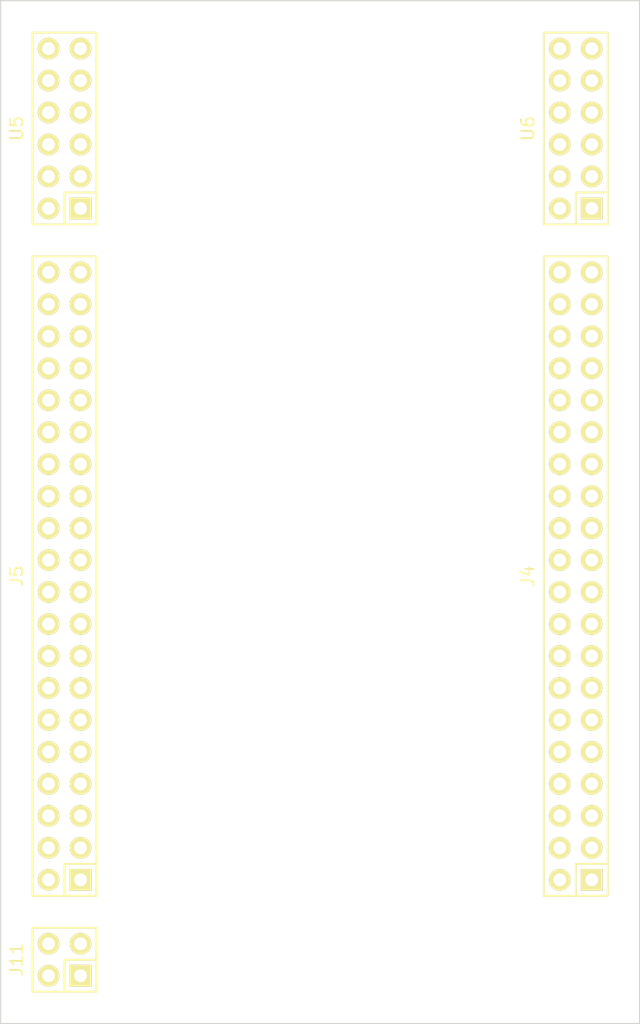
<source format=kicad_pcb>
(kicad_pcb (version 4) (host pcbnew "(2014-jul-16 BZR unknown)-product")

  (general
    (links 23)
    (no_connects 19)
    (area 0 0 0 0)
    (thickness 1.6)
    (drawings 4)
    (tracks 0)
    (zones 0)
    (modules 5)
    (nets 86)
  )

  (page A4)
  (layers
    (0 F.Cu signal)
    (31 B.Cu signal)
    (32 B.Adhes user)
    (33 F.Adhes user)
    (34 B.Paste user)
    (35 F.Paste user)
    (36 B.SilkS user)
    (37 F.SilkS user)
    (38 B.Mask user)
    (39 F.Mask user)
    (40 Dwgs.User user)
    (41 Cmts.User user)
    (42 Eco1.User user)
    (43 Eco2.User user)
    (44 Edge.Cuts user)
    (45 Margin user)
    (46 B.CrtYd user)
    (47 F.CrtYd user)
    (48 B.Fab user)
    (49 F.Fab user)
  )

  (setup
    (last_trace_width 0.254)
    (trace_clearance 0.254)
    (zone_clearance 0.508)
    (zone_45_only no)
    (trace_min 0.254)
    (segment_width 0.2)
    (edge_width 0.1)
    (via_size 0.889)
    (via_drill 0.635)
    (via_min_size 0.889)
    (via_min_drill 0.508)
    (uvia_size 0.508)
    (uvia_drill 0.127)
    (uvias_allowed no)
    (uvia_min_size 0.508)
    (uvia_min_drill 0.127)
    (pcb_text_width 0.3)
    (pcb_text_size 1.5 1.5)
    (mod_edge_width 0.15)
    (mod_text_size 1 1)
    (mod_text_width 0.15)
    (pad_size 1.5 1.5)
    (pad_drill 0.6)
    (pad_to_mask_clearance 0)
    (aux_axis_origin 0 0)
    (visible_elements FFFFFF7F)
    (pcbplotparams
      (layerselection 0x00030_80000001)
      (usegerberextensions false)
      (excludeedgelayer true)
      (linewidth 0.100000)
      (plotframeref false)
      (viasonmask false)
      (mode 1)
      (useauxorigin false)
      (hpglpennumber 1)
      (hpglpenspeed 20)
      (hpglpendiameter 15)
      (hpglpenoverlay 2)
      (psnegative false)
      (psa4output false)
      (plotreference true)
      (plotvalue true)
      (plotinvisibletext false)
      (padsonsilk false)
      (subtractmaskfromsilk false)
      (outputformat 1)
      (mirror false)
      (drillshape 1)
      (scaleselection 1)
      (outputdirectory ""))
  )

  (net 0 "")
  (net 1 +3.3V)
  (net 2 I2C_SDA)
  (net 3 I2C_SCL)
  (net 4 GPIO_A)
  (net 5 GPIO_B)
  (net 6 GND)
  (net 7 LVDS_TX_B-)
  (net 8 LVDS_TX_B+)
  (net 9 LVDS_TX_A-)
  (net 10 LVDS_TX_A+)
  (net 11 LVDS_TX_9-)
  (net 12 LVDS_TX_9+)
  (net 13 LVDS_TX_8-)
  (net 14 LVDS_TX_8+)
  (net 15 LVDS_TX_7-)
  (net 16 LVDS_TX_7+)
  (net 17 LVDS_TX_6-)
  (net 18 LVDS_TX_6+)
  (net 19 LVDS_TX_5-)
  (net 20 LVDS_TX_5+)
  (net 21 LVDS_TX_4-)
  (net 22 LVDS_TX_4+)
  (net 23 LVDS_TX_3-)
  (net 24 LVDS_TX_3+)
  (net 25 LVDS_TX_2-)
  (net 26 LVDS_TX_2+)
  (net 27 LVDS_TX_1-)
  (net 28 LVDS_TX_1+)
  (net 29 LVDS_TX_0-)
  (net 30 LVDS_TX_0+)
  (net 31 GPIO_01)
  (net 32 GPIO_02)
  (net 33 GPIO_03)
  (net 34 GPIO_04)
  (net 35 GPIO_05)
  (net 36 GPIO_06)
  (net 37 GPIO_07)
  (net 38 GPIO_08)
  (net 39 GPIO_09)
  (net 40 GPIO_10)
  (net 41 +5V)
  (net 42 GPIO_11)
  (net 43 GPIO_12)
  (net 44 DIFF_RX_B+)
  (net 45 DIFF_RX_B-)
  (net 46 DIFF_RX_A+)
  (net 47 DIFF_RX_A-)
  (net 48 DIFF_RX_9+)
  (net 49 DIFF_RX_9-)
  (net 50 DIFF_RX_8+)
  (net 51 DIFF_RX_8-)
  (net 52 DIFF_RX_7+)
  (net 53 DIFF_RX_7-)
  (net 54 DIFF_RX_6+)
  (net 55 DIFF_RX_6-)
  (net 56 DIFF_RX_5+)
  (net 57 DIFF_RX_5-)
  (net 58 DIFF_RX_4+)
  (net 59 DIFF_RX_4-)
  (net 60 DIFF_RX_3+)
  (net 61 DIFF_RX_3-)
  (net 62 DIFF_RX_2+)
  (net 63 DIFF_RX_2-)
  (net 64 DIFF_RX_1+)
  (net 65 DIFF_RX_1-)
  (net 66 DIFF_RX_0+)
  (net 67 DIFF_RX_0-)
  (net 68 ADC_IN1)
  (net 69 ADC_IN2)
  (net 70 PMOD_A_1)
  (net 71 PMOD_B_1)
  (net 72 PMOD_A_2)
  (net 73 PMOD_B_2)
  (net 74 PMOD_A_3)
  (net 75 PMOD_B_3)
  (net 76 PMOD_A_4)
  (net 77 PMOD_B_4)
  (net 78 PMOD_C_1)
  (net 79 PMOD_D_1)
  (net 80 PMOD_C_2)
  (net 81 PMOD_D_2)
  (net 82 PMOD_C_3)
  (net 83 PMOD_D_3)
  (net 84 PMOD_C_4)
  (net 85 PMOD_D_4)

  (net_class Default "This is the default net class."
    (clearance 0.254)
    (trace_width 0.254)
    (via_dia 0.889)
    (via_drill 0.635)
    (uvia_dia 0.508)
    (uvia_drill 0.127)
    (add_net +3.3V)
    (add_net +5V)
    (add_net ADC_IN1)
    (add_net ADC_IN2)
    (add_net DIFF_RX_0+)
    (add_net DIFF_RX_0-)
    (add_net DIFF_RX_1+)
    (add_net DIFF_RX_1-)
    (add_net DIFF_RX_2+)
    (add_net DIFF_RX_2-)
    (add_net DIFF_RX_3+)
    (add_net DIFF_RX_3-)
    (add_net DIFF_RX_4+)
    (add_net DIFF_RX_4-)
    (add_net DIFF_RX_5+)
    (add_net DIFF_RX_5-)
    (add_net DIFF_RX_6+)
    (add_net DIFF_RX_6-)
    (add_net DIFF_RX_7+)
    (add_net DIFF_RX_7-)
    (add_net DIFF_RX_8+)
    (add_net DIFF_RX_8-)
    (add_net DIFF_RX_9+)
    (add_net DIFF_RX_9-)
    (add_net DIFF_RX_A+)
    (add_net DIFF_RX_A-)
    (add_net DIFF_RX_B+)
    (add_net DIFF_RX_B-)
    (add_net GND)
    (add_net GPIO_01)
    (add_net GPIO_02)
    (add_net GPIO_03)
    (add_net GPIO_04)
    (add_net GPIO_05)
    (add_net GPIO_06)
    (add_net GPIO_07)
    (add_net GPIO_08)
    (add_net GPIO_09)
    (add_net GPIO_10)
    (add_net GPIO_11)
    (add_net GPIO_12)
    (add_net GPIO_A)
    (add_net GPIO_B)
    (add_net I2C_SCL)
    (add_net I2C_SDA)
    (add_net LVDS_TX_0+)
    (add_net LVDS_TX_0-)
    (add_net LVDS_TX_1+)
    (add_net LVDS_TX_1-)
    (add_net LVDS_TX_2+)
    (add_net LVDS_TX_2-)
    (add_net LVDS_TX_3+)
    (add_net LVDS_TX_3-)
    (add_net LVDS_TX_4+)
    (add_net LVDS_TX_4-)
    (add_net LVDS_TX_5+)
    (add_net LVDS_TX_5-)
    (add_net LVDS_TX_6+)
    (add_net LVDS_TX_6-)
    (add_net LVDS_TX_7+)
    (add_net LVDS_TX_7-)
    (add_net LVDS_TX_8+)
    (add_net LVDS_TX_8-)
    (add_net LVDS_TX_9+)
    (add_net LVDS_TX_9-)
    (add_net LVDS_TX_A+)
    (add_net LVDS_TX_A-)
    (add_net LVDS_TX_B+)
    (add_net LVDS_TX_B-)
    (add_net PMOD_A_1)
    (add_net PMOD_A_2)
    (add_net PMOD_A_3)
    (add_net PMOD_A_4)
    (add_net PMOD_B_1)
    (add_net PMOD_B_2)
    (add_net PMOD_B_3)
    (add_net PMOD_B_4)
    (add_net PMOD_C_1)
    (add_net PMOD_C_2)
    (add_net PMOD_C_3)
    (add_net PMOD_C_4)
    (add_net PMOD_D_1)
    (add_net PMOD_D_2)
    (add_net PMOD_D_3)
    (add_net PMOD_D_4)
  )

  (module Pin_Headers:Pin_Header_Straight_2x20 (layer F.Cu) (tedit 54CC65F0) (tstamp 54CC666D)
    (at 187.96 86.36 90)
    (descr "Through hole pin header")
    (tags "pin header")
    (path /54CC6A70)
    (fp_text reference J4 (at 0 -3.81 90) (layer F.SilkS)
      (effects (font (size 1 1) (thickness 0.15)))
    )
    (fp_text value CONN_02X20 (at 0 0 90) (layer F.SilkS) hide
      (effects (font (size 1 1) (thickness 0.15)))
    )
    (fp_line (start 25.4 -2.54) (end -25.4 -2.54) (layer F.SilkS) (width 0.15))
    (fp_line (start -22.86 2.54) (end 25.4 2.54) (layer F.SilkS) (width 0.15))
    (fp_line (start 25.4 -2.54) (end 25.4 2.54) (layer F.SilkS) (width 0.15))
    (fp_line (start -25.4 -2.54) (end -25.4 0) (layer F.SilkS) (width 0.15))
    (fp_line (start -25.4 2.54) (end -22.86 2.54) (layer F.SilkS) (width 0.15))
    (fp_line (start -25.4 0) (end -22.86 0) (layer F.SilkS) (width 0.15))
    (fp_line (start -22.86 0) (end -22.86 2.54) (layer F.SilkS) (width 0.15))
    (fp_line (start -25.4 2.54) (end -25.4 0) (layer F.SilkS) (width 0.15))
    (pad 1 thru_hole rect (at -24.13 1.27 90) (size 1.7272 1.7272) (drill 1.016) (layers *.Cu *.Mask F.SilkS)
      (net 1 +3.3V))
    (pad 2 thru_hole oval (at -24.13 -1.27 90) (size 1.7272 1.7272) (drill 1.016) (layers *.Cu *.Mask F.SilkS)
      (net 1 +3.3V))
    (pad 3 thru_hole oval (at -21.59 1.27 90) (size 1.7272 1.7272) (drill 1.016) (layers *.Cu *.Mask F.SilkS)
      (net 2 I2C_SDA))
    (pad 4 thru_hole oval (at -21.59 -1.27 90) (size 1.7272 1.7272) (drill 1.016) (layers *.Cu *.Mask F.SilkS)
      (net 3 I2C_SCL))
    (pad 5 thru_hole oval (at -19.05 1.27 90) (size 1.7272 1.7272) (drill 1.016) (layers *.Cu *.Mask F.SilkS)
      (net 4 GPIO_A))
    (pad 6 thru_hole oval (at -19.05 -1.27 90) (size 1.7272 1.7272) (drill 1.016) (layers *.Cu *.Mask F.SilkS)
      (net 5 GPIO_B))
    (pad 7 thru_hole oval (at -16.51 1.27 90) (size 1.7272 1.7272) (drill 1.016) (layers *.Cu *.Mask F.SilkS)
      (net 6 GND))
    (pad 8 thru_hole oval (at -16.51 -1.27 90) (size 1.7272 1.7272) (drill 1.016) (layers *.Cu *.Mask F.SilkS)
      (net 6 GND))
    (pad 9 thru_hole oval (at -13.97 1.27 90) (size 1.7272 1.7272) (drill 1.016) (layers *.Cu *.Mask F.SilkS)
      (net 6 GND))
    (pad 10 thru_hole oval (at -13.97 -1.27 90) (size 1.7272 1.7272) (drill 1.016) (layers *.Cu *.Mask F.SilkS)
      (net 6 GND))
    (pad 11 thru_hole oval (at -11.43 1.27 90) (size 1.7272 1.7272) (drill 1.016) (layers *.Cu *.Mask F.SilkS)
      (net 7 LVDS_TX_B-))
    (pad 12 thru_hole oval (at -11.43 -1.27 90) (size 1.7272 1.7272) (drill 1.016) (layers *.Cu *.Mask F.SilkS)
      (net 8 LVDS_TX_B+))
    (pad 13 thru_hole oval (at -8.89 1.27 90) (size 1.7272 1.7272) (drill 1.016) (layers *.Cu *.Mask F.SilkS)
      (net 9 LVDS_TX_A-))
    (pad 14 thru_hole oval (at -8.89 -1.27 90) (size 1.7272 1.7272) (drill 1.016) (layers *.Cu *.Mask F.SilkS)
      (net 10 LVDS_TX_A+))
    (pad 15 thru_hole oval (at -6.35 1.27 90) (size 1.7272 1.7272) (drill 1.016) (layers *.Cu *.Mask F.SilkS)
      (net 11 LVDS_TX_9-))
    (pad 16 thru_hole oval (at -6.35 -1.27 90) (size 1.7272 1.7272) (drill 1.016) (layers *.Cu *.Mask F.SilkS)
      (net 12 LVDS_TX_9+))
    (pad 17 thru_hole oval (at -3.81 1.27 90) (size 1.7272 1.7272) (drill 1.016) (layers *.Cu *.Mask F.SilkS)
      (net 6 GND))
    (pad 18 thru_hole oval (at -3.81 -1.27 90) (size 1.7272 1.7272) (drill 1.016) (layers *.Cu *.Mask F.SilkS)
      (net 6 GND))
    (pad 19 thru_hole oval (at -1.27 1.27 90) (size 1.7272 1.7272) (drill 1.016) (layers *.Cu *.Mask F.SilkS)
      (net 13 LVDS_TX_8-))
    (pad 20 thru_hole oval (at -1.27 -1.27 90) (size 1.7272 1.7272) (drill 1.016) (layers *.Cu *.Mask F.SilkS)
      (net 14 LVDS_TX_8+))
    (pad 21 thru_hole oval (at 1.27 1.27 90) (size 1.7272 1.7272) (drill 1.016) (layers *.Cu *.Mask F.SilkS)
      (net 15 LVDS_TX_7-))
    (pad 22 thru_hole oval (at 1.27 -1.27 90) (size 1.7272 1.7272) (drill 1.016) (layers *.Cu *.Mask F.SilkS)
      (net 16 LVDS_TX_7+))
    (pad 23 thru_hole oval (at 3.81 1.27 90) (size 1.7272 1.7272) (drill 1.016) (layers *.Cu *.Mask F.SilkS)
      (net 17 LVDS_TX_6-))
    (pad 24 thru_hole oval (at 3.81 -1.27 90) (size 1.7272 1.7272) (drill 1.016) (layers *.Cu *.Mask F.SilkS)
      (net 18 LVDS_TX_6+))
    (pad 25 thru_hole oval (at 6.35 1.27 90) (size 1.7272 1.7272) (drill 1.016) (layers *.Cu *.Mask F.SilkS)
      (net 6 GND))
    (pad 26 thru_hole oval (at 6.35 -1.27 90) (size 1.7272 1.7272) (drill 1.016) (layers *.Cu *.Mask F.SilkS)
      (net 6 GND))
    (pad 27 thru_hole oval (at 8.89 1.27 90) (size 1.7272 1.7272) (drill 1.016) (layers *.Cu *.Mask F.SilkS)
      (net 19 LVDS_TX_5-))
    (pad 28 thru_hole oval (at 8.89 -1.27 90) (size 1.7272 1.7272) (drill 1.016) (layers *.Cu *.Mask F.SilkS)
      (net 20 LVDS_TX_5+))
    (pad 29 thru_hole oval (at 11.43 1.27 90) (size 1.7272 1.7272) (drill 1.016) (layers *.Cu *.Mask F.SilkS)
      (net 21 LVDS_TX_4-))
    (pad 30 thru_hole oval (at 11.43 -1.27 90) (size 1.7272 1.7272) (drill 1.016) (layers *.Cu *.Mask F.SilkS)
      (net 22 LVDS_TX_4+))
    (pad 31 thru_hole oval (at 13.97 1.27 90) (size 1.7272 1.7272) (drill 1.016) (layers *.Cu *.Mask F.SilkS)
      (net 23 LVDS_TX_3-))
    (pad 32 thru_hole oval (at 13.97 -1.27 90) (size 1.7272 1.7272) (drill 1.016) (layers *.Cu *.Mask F.SilkS)
      (net 24 LVDS_TX_3+))
    (pad 33 thru_hole oval (at 16.51 1.27 90) (size 1.7272 1.7272) (drill 1.016) (layers *.Cu *.Mask F.SilkS)
      (net 6 GND))
    (pad 34 thru_hole oval (at 16.51 -1.27 90) (size 1.7272 1.7272) (drill 1.016) (layers *.Cu *.Mask F.SilkS)
      (net 6 GND))
    (pad 35 thru_hole oval (at 19.05 1.27 90) (size 1.7272 1.7272) (drill 1.016) (layers *.Cu *.Mask F.SilkS)
      (net 25 LVDS_TX_2-))
    (pad 36 thru_hole oval (at 19.05 -1.27 90) (size 1.7272 1.7272) (drill 1.016) (layers *.Cu *.Mask F.SilkS)
      (net 26 LVDS_TX_2+))
    (pad 37 thru_hole oval (at 21.59 1.27 90) (size 1.7272 1.7272) (drill 1.016) (layers *.Cu *.Mask F.SilkS)
      (net 27 LVDS_TX_1-))
    (pad 38 thru_hole oval (at 21.59 -1.27 90) (size 1.7272 1.7272) (drill 1.016) (layers *.Cu *.Mask F.SilkS)
      (net 28 LVDS_TX_1+))
    (pad 39 thru_hole oval (at 24.13 1.27 90) (size 1.7272 1.7272) (drill 1.016) (layers *.Cu *.Mask F.SilkS)
      (net 29 LVDS_TX_0-))
    (pad 40 thru_hole oval (at 24.13 -1.27 90) (size 1.7272 1.7272) (drill 1.016) (layers *.Cu *.Mask F.SilkS)
      (net 30 LVDS_TX_0+))
    (model Pin_Headers/Pin_Header_Straight_2x20.wrl
      (at (xyz 0 0 0))
      (scale (xyz 1 1 1))
      (rotate (xyz 0 0 0))
    )
  )

  (module Pin_Headers:Pin_Header_Straight_2x20 (layer F.Cu) (tedit 54CC65F0) (tstamp 54CC66A1)
    (at 147.32 86.36 90)
    (descr "Through hole pin header")
    (tags "pin header")
    (path /54CC7D2A)
    (fp_text reference J5 (at 0 -3.81 90) (layer F.SilkS)
      (effects (font (size 1 1) (thickness 0.15)))
    )
    (fp_text value CONN_02X20 (at 0 0 90) (layer F.SilkS) hide
      (effects (font (size 1 1) (thickness 0.15)))
    )
    (fp_line (start 25.4 -2.54) (end -25.4 -2.54) (layer F.SilkS) (width 0.15))
    (fp_line (start -22.86 2.54) (end 25.4 2.54) (layer F.SilkS) (width 0.15))
    (fp_line (start 25.4 -2.54) (end 25.4 2.54) (layer F.SilkS) (width 0.15))
    (fp_line (start -25.4 -2.54) (end -25.4 0) (layer F.SilkS) (width 0.15))
    (fp_line (start -25.4 2.54) (end -22.86 2.54) (layer F.SilkS) (width 0.15))
    (fp_line (start -25.4 0) (end -22.86 0) (layer F.SilkS) (width 0.15))
    (fp_line (start -22.86 0) (end -22.86 2.54) (layer F.SilkS) (width 0.15))
    (fp_line (start -25.4 2.54) (end -25.4 0) (layer F.SilkS) (width 0.15))
    (pad 1 thru_hole rect (at -24.13 1.27 90) (size 1.7272 1.7272) (drill 1.016) (layers *.Cu *.Mask F.SilkS)
      (net 31 GPIO_01))
    (pad 2 thru_hole oval (at -24.13 -1.27 90) (size 1.7272 1.7272) (drill 1.016) (layers *.Cu *.Mask F.SilkS)
      (net 32 GPIO_02))
    (pad 3 thru_hole oval (at -21.59 1.27 90) (size 1.7272 1.7272) (drill 1.016) (layers *.Cu *.Mask F.SilkS)
      (net 33 GPIO_03))
    (pad 4 thru_hole oval (at -21.59 -1.27 90) (size 1.7272 1.7272) (drill 1.016) (layers *.Cu *.Mask F.SilkS)
      (net 34 GPIO_04))
    (pad 5 thru_hole oval (at -19.05 1.27 90) (size 1.7272 1.7272) (drill 1.016) (layers *.Cu *.Mask F.SilkS)
      (net 35 GPIO_05))
    (pad 6 thru_hole oval (at -19.05 -1.27 90) (size 1.7272 1.7272) (drill 1.016) (layers *.Cu *.Mask F.SilkS)
      (net 36 GPIO_06))
    (pad 7 thru_hole oval (at -16.51 1.27 90) (size 1.7272 1.7272) (drill 1.016) (layers *.Cu *.Mask F.SilkS)
      (net 37 GPIO_07))
    (pad 8 thru_hole oval (at -16.51 -1.27 90) (size 1.7272 1.7272) (drill 1.016) (layers *.Cu *.Mask F.SilkS)
      (net 38 GPIO_08))
    (pad 9 thru_hole oval (at -13.97 1.27 90) (size 1.7272 1.7272) (drill 1.016) (layers *.Cu *.Mask F.SilkS)
      (net 39 GPIO_09))
    (pad 10 thru_hole oval (at -13.97 -1.27 90) (size 1.7272 1.7272) (drill 1.016) (layers *.Cu *.Mask F.SilkS)
      (net 40 GPIO_10))
    (pad 11 thru_hole oval (at -11.43 1.27 90) (size 1.7272 1.7272) (drill 1.016) (layers *.Cu *.Mask F.SilkS)
      (net 41 +5V))
    (pad 12 thru_hole oval (at -11.43 -1.27 90) (size 1.7272 1.7272) (drill 1.016) (layers *.Cu *.Mask F.SilkS)
      (net 6 GND))
    (pad 13 thru_hole oval (at -8.89 1.27 90) (size 1.7272 1.7272) (drill 1.016) (layers *.Cu *.Mask F.SilkS)
      (net 42 GPIO_11))
    (pad 14 thru_hole oval (at -8.89 -1.27 90) (size 1.7272 1.7272) (drill 1.016) (layers *.Cu *.Mask F.SilkS)
      (net 43 GPIO_12))
    (pad 15 thru_hole oval (at -6.35 1.27 90) (size 1.7272 1.7272) (drill 1.016) (layers *.Cu *.Mask F.SilkS)
      (net 44 DIFF_RX_B+))
    (pad 16 thru_hole oval (at -6.35 -1.27 90) (size 1.7272 1.7272) (drill 1.016) (layers *.Cu *.Mask F.SilkS)
      (net 45 DIFF_RX_B-))
    (pad 17 thru_hole oval (at -3.81 1.27 90) (size 1.7272 1.7272) (drill 1.016) (layers *.Cu *.Mask F.SilkS)
      (net 46 DIFF_RX_A+))
    (pad 18 thru_hole oval (at -3.81 -1.27 90) (size 1.7272 1.7272) (drill 1.016) (layers *.Cu *.Mask F.SilkS)
      (net 47 DIFF_RX_A-))
    (pad 19 thru_hole oval (at -1.27 1.27 90) (size 1.7272 1.7272) (drill 1.016) (layers *.Cu *.Mask F.SilkS)
      (net 48 DIFF_RX_9+))
    (pad 20 thru_hole oval (at -1.27 -1.27 90) (size 1.7272 1.7272) (drill 1.016) (layers *.Cu *.Mask F.SilkS)
      (net 49 DIFF_RX_9-))
    (pad 21 thru_hole oval (at 1.27 1.27 90) (size 1.7272 1.7272) (drill 1.016) (layers *.Cu *.Mask F.SilkS)
      (net 50 DIFF_RX_8+))
    (pad 22 thru_hole oval (at 1.27 -1.27 90) (size 1.7272 1.7272) (drill 1.016) (layers *.Cu *.Mask F.SilkS)
      (net 51 DIFF_RX_8-))
    (pad 23 thru_hole oval (at 3.81 1.27 90) (size 1.7272 1.7272) (drill 1.016) (layers *.Cu *.Mask F.SilkS)
      (net 52 DIFF_RX_7+))
    (pad 24 thru_hole oval (at 3.81 -1.27 90) (size 1.7272 1.7272) (drill 1.016) (layers *.Cu *.Mask F.SilkS)
      (net 53 DIFF_RX_7-))
    (pad 25 thru_hole oval (at 6.35 1.27 90) (size 1.7272 1.7272) (drill 1.016) (layers *.Cu *.Mask F.SilkS)
      (net 54 DIFF_RX_6+))
    (pad 26 thru_hole oval (at 6.35 -1.27 90) (size 1.7272 1.7272) (drill 1.016) (layers *.Cu *.Mask F.SilkS)
      (net 55 DIFF_RX_6-))
    (pad 27 thru_hole oval (at 8.89 1.27 90) (size 1.7272 1.7272) (drill 1.016) (layers *.Cu *.Mask F.SilkS)
      (net 56 DIFF_RX_5+))
    (pad 28 thru_hole oval (at 8.89 -1.27 90) (size 1.7272 1.7272) (drill 1.016) (layers *.Cu *.Mask F.SilkS)
      (net 57 DIFF_RX_5-))
    (pad 29 thru_hole oval (at 11.43 1.27 90) (size 1.7272 1.7272) (drill 1.016) (layers *.Cu *.Mask F.SilkS)
      (net 1 +3.3V))
    (pad 30 thru_hole oval (at 11.43 -1.27 90) (size 1.7272 1.7272) (drill 1.016) (layers *.Cu *.Mask F.SilkS)
      (net 6 GND))
    (pad 31 thru_hole oval (at 13.97 1.27 90) (size 1.7272 1.7272) (drill 1.016) (layers *.Cu *.Mask F.SilkS)
      (net 58 DIFF_RX_4+))
    (pad 32 thru_hole oval (at 13.97 -1.27 90) (size 1.7272 1.7272) (drill 1.016) (layers *.Cu *.Mask F.SilkS)
      (net 59 DIFF_RX_4-))
    (pad 33 thru_hole oval (at 16.51 1.27 90) (size 1.7272 1.7272) (drill 1.016) (layers *.Cu *.Mask F.SilkS)
      (net 60 DIFF_RX_3+))
    (pad 34 thru_hole oval (at 16.51 -1.27 90) (size 1.7272 1.7272) (drill 1.016) (layers *.Cu *.Mask F.SilkS)
      (net 61 DIFF_RX_3-))
    (pad 35 thru_hole oval (at 19.05 1.27 90) (size 1.7272 1.7272) (drill 1.016) (layers *.Cu *.Mask F.SilkS)
      (net 62 DIFF_RX_2+))
    (pad 36 thru_hole oval (at 19.05 -1.27 90) (size 1.7272 1.7272) (drill 1.016) (layers *.Cu *.Mask F.SilkS)
      (net 63 DIFF_RX_2-))
    (pad 37 thru_hole oval (at 21.59 1.27 90) (size 1.7272 1.7272) (drill 1.016) (layers *.Cu *.Mask F.SilkS)
      (net 64 DIFF_RX_1+))
    (pad 38 thru_hole oval (at 21.59 -1.27 90) (size 1.7272 1.7272) (drill 1.016) (layers *.Cu *.Mask F.SilkS)
      (net 65 DIFF_RX_1-))
    (pad 39 thru_hole oval (at 24.13 1.27 90) (size 1.7272 1.7272) (drill 1.016) (layers *.Cu *.Mask F.SilkS)
      (net 66 DIFF_RX_0+))
    (pad 40 thru_hole oval (at 24.13 -1.27 90) (size 1.7272 1.7272) (drill 1.016) (layers *.Cu *.Mask F.SilkS)
      (net 67 DIFF_RX_0-))
    (model Pin_Headers/Pin_Header_Straight_2x20.wrl
      (at (xyz 0 0 0))
      (scale (xyz 1 1 1))
      (rotate (xyz 0 0 0))
    )
  )

  (module Pin_Headers:Pin_Header_Straight_2x02 (layer F.Cu) (tedit 54CC65F0) (tstamp 54CC66B1)
    (at 147.32 116.84 90)
    (descr "Through hole pin header")
    (tags "pin header")
    (path /54CC46CB)
    (fp_text reference J11 (at 0 -3.81 90) (layer F.SilkS)
      (effects (font (size 1 1) (thickness 0.15)))
    )
    (fp_text value CONN_02X02 (at 0 0 90) (layer F.SilkS) hide
      (effects (font (size 1 1) (thickness 0.15)))
    )
    (fp_line (start -2.54 0) (end -2.54 2.54) (layer F.SilkS) (width 0.15))
    (fp_line (start -2.54 2.54) (end 0 2.54) (layer F.SilkS) (width 0.15))
    (fp_line (start 0 2.54) (end 0 0) (layer F.SilkS) (width 0.15))
    (fp_line (start 0 0) (end -2.54 0) (layer F.SilkS) (width 0.15))
    (fp_line (start -2.54 0) (end -2.54 -2.54) (layer F.SilkS) (width 0.15))
    (fp_line (start -2.54 -2.54) (end 2.54 -2.54) (layer F.SilkS) (width 0.15))
    (fp_line (start 2.54 -2.54) (end 2.54 2.54) (layer F.SilkS) (width 0.15))
    (fp_line (start 2.54 2.54) (end 0 2.54) (layer F.SilkS) (width 0.15))
    (pad 1 thru_hole rect (at -1.27 1.27 90) (size 1.7272 1.7272) (drill 1.016) (layers *.Cu *.Mask F.SilkS)
      (net 68 ADC_IN1))
    (pad 2 thru_hole oval (at -1.27 -1.27 90) (size 1.7272 1.7272) (drill 1.016) (layers *.Cu *.Mask F.SilkS)
      (net 69 ADC_IN2))
    (pad 3 thru_hole oval (at 1.27 1.27 90) (size 1.7272 1.7272) (drill 1.016) (layers *.Cu *.Mask F.SilkS)
      (net 6 GND))
    (pad 4 thru_hole oval (at 1.27 -1.27 90) (size 1.7272 1.7272) (drill 1.016) (layers *.Cu *.Mask F.SilkS)
      (net 6 GND))
    (model Pin_Headers/Pin_Header_Straight_2x02.wrl
      (at (xyz 0 0 0))
      (scale (xyz 1 1 1))
      (rotate (xyz 0 0 0))
    )
  )

  (module Pin_Headers:Pin_Header_Straight_2x06 (layer F.Cu) (tedit 54CC65F0) (tstamp 54CC66C9)
    (at 147.32 50.8 90)
    (descr "Through hole pin header")
    (tags "pin header")
    (path /54CC4285)
    (fp_text reference U5 (at 0 -3.81 90) (layer F.SilkS)
      (effects (font (size 1 1) (thickness 0.15)))
    )
    (fp_text value CONN_02X06 (at 0 0 90) (layer F.SilkS) hide
      (effects (font (size 1 1) (thickness 0.15)))
    )
    (fp_line (start 7.62 -2.54) (end -7.62 -2.54) (layer F.SilkS) (width 0.15))
    (fp_line (start -5.08 2.54) (end 7.62 2.54) (layer F.SilkS) (width 0.15))
    (fp_line (start 7.62 -2.54) (end 7.62 2.54) (layer F.SilkS) (width 0.15))
    (fp_line (start -7.62 -2.54) (end -7.62 0) (layer F.SilkS) (width 0.15))
    (fp_line (start -7.62 2.54) (end -5.08 2.54) (layer F.SilkS) (width 0.15))
    (fp_line (start -7.62 0) (end -5.08 0) (layer F.SilkS) (width 0.15))
    (fp_line (start -5.08 0) (end -5.08 2.54) (layer F.SilkS) (width 0.15))
    (fp_line (start -7.62 2.54) (end -7.62 0) (layer F.SilkS) (width 0.15))
    (pad 1 thru_hole rect (at -6.35 1.27 90) (size 1.7272 1.7272) (drill 1.016) (layers *.Cu *.Mask F.SilkS)
      (net 70 PMOD_A_1))
    (pad 2 thru_hole oval (at -6.35 -1.27 90) (size 1.7272 1.7272) (drill 1.016) (layers *.Cu *.Mask F.SilkS)
      (net 71 PMOD_B_1))
    (pad 3 thru_hole oval (at -3.81 1.27 90) (size 1.7272 1.7272) (drill 1.016) (layers *.Cu *.Mask F.SilkS)
      (net 72 PMOD_A_2))
    (pad 4 thru_hole oval (at -3.81 -1.27 90) (size 1.7272 1.7272) (drill 1.016) (layers *.Cu *.Mask F.SilkS)
      (net 73 PMOD_B_2))
    (pad 5 thru_hole oval (at -1.27 1.27 90) (size 1.7272 1.7272) (drill 1.016) (layers *.Cu *.Mask F.SilkS)
      (net 74 PMOD_A_3))
    (pad 6 thru_hole oval (at -1.27 -1.27 90) (size 1.7272 1.7272) (drill 1.016) (layers *.Cu *.Mask F.SilkS)
      (net 75 PMOD_B_3))
    (pad 7 thru_hole oval (at 1.27 1.27 90) (size 1.7272 1.7272) (drill 1.016) (layers *.Cu *.Mask F.SilkS)
      (net 76 PMOD_A_4))
    (pad 8 thru_hole oval (at 1.27 -1.27 90) (size 1.7272 1.7272) (drill 1.016) (layers *.Cu *.Mask F.SilkS)
      (net 77 PMOD_B_4))
    (pad 9 thru_hole oval (at 3.81 1.27 90) (size 1.7272 1.7272) (drill 1.016) (layers *.Cu *.Mask F.SilkS)
      (net 6 GND))
    (pad 10 thru_hole oval (at 3.81 -1.27 90) (size 1.7272 1.7272) (drill 1.016) (layers *.Cu *.Mask F.SilkS)
      (net 6 GND))
    (pad 11 thru_hole oval (at 6.35 1.27 90) (size 1.7272 1.7272) (drill 1.016) (layers *.Cu *.Mask F.SilkS)
      (net 1 +3.3V))
    (pad 12 thru_hole oval (at 6.35 -1.27 90) (size 1.7272 1.7272) (drill 1.016) (layers *.Cu *.Mask F.SilkS)
      (net 1 +3.3V))
    (model Pin_Headers/Pin_Header_Straight_2x06.wrl
      (at (xyz 0 0 0))
      (scale (xyz 1 1 1))
      (rotate (xyz 0 0 0))
    )
  )

  (module Pin_Headers:Pin_Header_Straight_2x06 (layer F.Cu) (tedit 54CC65F0) (tstamp 54CC66E1)
    (at 187.96 50.8 90)
    (descr "Through hole pin header")
    (tags "pin header")
    (path /54CC61D6)
    (fp_text reference U6 (at 0 -3.81 90) (layer F.SilkS)
      (effects (font (size 1 1) (thickness 0.15)))
    )
    (fp_text value CONN_02X06 (at 0 0 90) (layer F.SilkS) hide
      (effects (font (size 1 1) (thickness 0.15)))
    )
    (fp_line (start 7.62 -2.54) (end -7.62 -2.54) (layer F.SilkS) (width 0.15))
    (fp_line (start -5.08 2.54) (end 7.62 2.54) (layer F.SilkS) (width 0.15))
    (fp_line (start 7.62 -2.54) (end 7.62 2.54) (layer F.SilkS) (width 0.15))
    (fp_line (start -7.62 -2.54) (end -7.62 0) (layer F.SilkS) (width 0.15))
    (fp_line (start -7.62 2.54) (end -5.08 2.54) (layer F.SilkS) (width 0.15))
    (fp_line (start -7.62 0) (end -5.08 0) (layer F.SilkS) (width 0.15))
    (fp_line (start -5.08 0) (end -5.08 2.54) (layer F.SilkS) (width 0.15))
    (fp_line (start -7.62 2.54) (end -7.62 0) (layer F.SilkS) (width 0.15))
    (pad 1 thru_hole rect (at -6.35 1.27 90) (size 1.7272 1.7272) (drill 1.016) (layers *.Cu *.Mask F.SilkS)
      (net 78 PMOD_C_1))
    (pad 2 thru_hole oval (at -6.35 -1.27 90) (size 1.7272 1.7272) (drill 1.016) (layers *.Cu *.Mask F.SilkS)
      (net 79 PMOD_D_1))
    (pad 3 thru_hole oval (at -3.81 1.27 90) (size 1.7272 1.7272) (drill 1.016) (layers *.Cu *.Mask F.SilkS)
      (net 80 PMOD_C_2))
    (pad 4 thru_hole oval (at -3.81 -1.27 90) (size 1.7272 1.7272) (drill 1.016) (layers *.Cu *.Mask F.SilkS)
      (net 81 PMOD_D_2))
    (pad 5 thru_hole oval (at -1.27 1.27 90) (size 1.7272 1.7272) (drill 1.016) (layers *.Cu *.Mask F.SilkS)
      (net 82 PMOD_C_3))
    (pad 6 thru_hole oval (at -1.27 -1.27 90) (size 1.7272 1.7272) (drill 1.016) (layers *.Cu *.Mask F.SilkS)
      (net 83 PMOD_D_3))
    (pad 7 thru_hole oval (at 1.27 1.27 90) (size 1.7272 1.7272) (drill 1.016) (layers *.Cu *.Mask F.SilkS)
      (net 84 PMOD_C_4))
    (pad 8 thru_hole oval (at 1.27 -1.27 90) (size 1.7272 1.7272) (drill 1.016) (layers *.Cu *.Mask F.SilkS)
      (net 85 PMOD_D_4))
    (pad 9 thru_hole oval (at 3.81 1.27 90) (size 1.7272 1.7272) (drill 1.016) (layers *.Cu *.Mask F.SilkS)
      (net 6 GND))
    (pad 10 thru_hole oval (at 3.81 -1.27 90) (size 1.7272 1.7272) (drill 1.016) (layers *.Cu *.Mask F.SilkS)
      (net 6 GND))
    (pad 11 thru_hole oval (at 6.35 1.27 90) (size 1.7272 1.7272) (drill 1.016) (layers *.Cu *.Mask F.SilkS)
      (net 1 +3.3V))
    (pad 12 thru_hole oval (at 6.35 -1.27 90) (size 1.7272 1.7272) (drill 1.016) (layers *.Cu *.Mask F.SilkS)
      (net 1 +3.3V))
    (model Pin_Headers/Pin_Header_Straight_2x06.wrl
      (at (xyz 0 0 0))
      (scale (xyz 1 1 1))
      (rotate (xyz 0 0 0))
    )
  )

  (gr_line (start 142.24 121.92) (end 142.24 40.64) (layer Edge.Cuts) (width 0.1))
  (gr_line (start 193.04 121.92) (end 142.24 121.92) (layer Edge.Cuts) (width 0.1))
  (gr_line (start 193.04 40.64) (end 193.04 121.92) (layer Edge.Cuts) (width 0.1))
  (gr_line (start 142.24 40.64) (end 193.04 40.64) (layer Edge.Cuts) (width 0.1))

)

</source>
